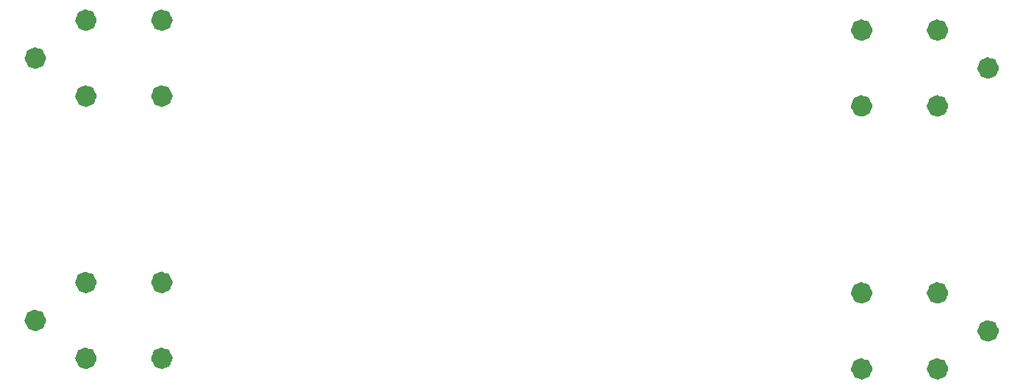
<source format=gko>
G04*
G04 #@! TF.GenerationSoftware,Altium Limited,Altium Designer,25.2.1 (25)*
G04*
G04 Layer_Color=16711935*
%FSLAX44Y44*%
%MOMM*%
G71*
G04*
G04 #@! TF.SameCoordinates,47AF1686-E751-4D8C-A91A-F2C49F431613*
G04*
G04*
G04 #@! TF.FilePolarity,Positive*
G04*
G01*
G75*
%ADD71C,1.3000*%
D71*
X1241500Y450000D02*
G03*
X1241500Y450000I-6500J0D01*
G01*
X1181500Y495000D02*
G03*
X1181500Y495000I-6500J0D01*
G01*
Y405000D02*
G03*
X1181500Y405000I-6500J0D01*
G01*
X1091500Y495000D02*
G03*
X1091500Y495000I-6500J0D01*
G01*
Y405000D02*
G03*
X1091500Y405000I-6500J0D01*
G01*
X111500Y461750D02*
G03*
X111500Y461750I-6500J0D01*
G01*
X171500Y416750D02*
G03*
X171500Y416750I-6500J0D01*
G01*
Y506750D02*
G03*
X171500Y506750I-6500J0D01*
G01*
X261500Y416750D02*
G03*
X261500Y416750I-6500J0D01*
G01*
Y506750D02*
G03*
X261500Y506750I-6500J0D01*
G01*
X111500Y150750D02*
G03*
X111500Y150750I-6500J0D01*
G01*
X171500Y105750D02*
G03*
X171500Y105750I-6500J0D01*
G01*
Y195750D02*
G03*
X171500Y195750I-6500J0D01*
G01*
X261500Y105750D02*
G03*
X261500Y105750I-6500J0D01*
G01*
Y195750D02*
G03*
X261500Y195750I-6500J0D01*
G01*
X1241500Y138250D02*
G03*
X1241500Y138250I-6500J0D01*
G01*
X1181500Y183250D02*
G03*
X1181500Y183250I-6500J0D01*
G01*
Y93250D02*
G03*
X1181500Y93250I-6500J0D01*
G01*
X1091500Y183250D02*
G03*
X1091500Y183250I-6500J0D01*
G01*
Y93250D02*
G03*
X1091500Y93250I-6500J0D01*
G01*
M02*

</source>
